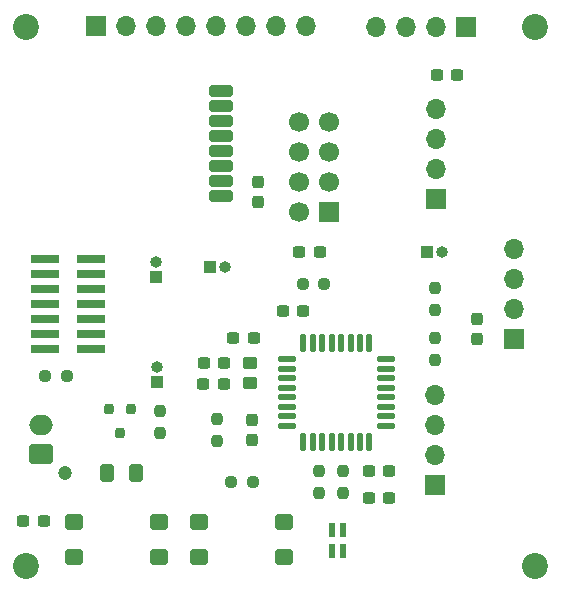
<source format=gts>
G04 #@! TF.GenerationSoftware,KiCad,Pcbnew,8.0.8*
G04 #@! TF.CreationDate,2025-01-30T19:33:48+01:00*
G04 #@! TF.ProjectId,HAMS_node,48414d53-5f6e-46f6-9465-2e6b69636164,rev?*
G04 #@! TF.SameCoordinates,Original*
G04 #@! TF.FileFunction,Soldermask,Top*
G04 #@! TF.FilePolarity,Negative*
%FSLAX46Y46*%
G04 Gerber Fmt 4.6, Leading zero omitted, Abs format (unit mm)*
G04 Created by KiCad (PCBNEW 8.0.8) date 2025-01-30 19:33:48*
%MOMM*%
%LPD*%
G01*
G04 APERTURE LIST*
G04 Aperture macros list*
%AMRoundRect*
0 Rectangle with rounded corners*
0 $1 Rounding radius*
0 $2 $3 $4 $5 $6 $7 $8 $9 X,Y pos of 4 corners*
0 Add a 4 corners polygon primitive as box body*
4,1,4,$2,$3,$4,$5,$6,$7,$8,$9,$2,$3,0*
0 Add four circle primitives for the rounded corners*
1,1,$1+$1,$2,$3*
1,1,$1+$1,$4,$5*
1,1,$1+$1,$6,$7*
1,1,$1+$1,$8,$9*
0 Add four rect primitives between the rounded corners*
20,1,$1+$1,$2,$3,$4,$5,0*
20,1,$1+$1,$4,$5,$6,$7,0*
20,1,$1+$1,$6,$7,$8,$9,0*
20,1,$1+$1,$8,$9,$2,$3,0*%
G04 Aperture macros list end*
%ADD10C,2.200000*%
%ADD11R,1.000000X1.000000*%
%ADD12O,1.000000X1.000000*%
%ADD13RoundRect,0.350000X0.450000X0.350000X-0.450000X0.350000X-0.450000X-0.350000X0.450000X-0.350000X0*%
%ADD14RoundRect,0.237500X0.250000X0.237500X-0.250000X0.237500X-0.250000X-0.237500X0.250000X-0.237500X0*%
%ADD15RoundRect,0.237500X0.300000X0.237500X-0.300000X0.237500X-0.300000X-0.237500X0.300000X-0.237500X0*%
%ADD16RoundRect,0.250000X0.350000X-0.275000X0.350000X0.275000X-0.350000X0.275000X-0.350000X-0.275000X0*%
%ADD17RoundRect,0.237500X-0.250000X-0.237500X0.250000X-0.237500X0.250000X0.237500X-0.250000X0.237500X0*%
%ADD18RoundRect,0.300000X0.300000X-0.450000X0.300000X0.450000X-0.300000X0.450000X-0.300000X-0.450000X0*%
%ADD19O,2.000000X1.700000*%
%ADD20RoundRect,0.250000X0.750000X-0.600000X0.750000X0.600000X-0.750000X0.600000X-0.750000X-0.600000X0*%
%ADD21C,1.200000*%
%ADD22R,1.700000X1.700000*%
%ADD23O,1.700000X1.700000*%
%ADD24RoundRect,0.125000X-0.625000X-0.125000X0.625000X-0.125000X0.625000X0.125000X-0.625000X0.125000X0*%
%ADD25RoundRect,0.125000X-0.125000X-0.625000X0.125000X-0.625000X0.125000X0.625000X-0.125000X0.625000X0*%
%ADD26RoundRect,0.237500X-0.237500X0.300000X-0.237500X-0.300000X0.237500X-0.300000X0.237500X0.300000X0*%
%ADD27RoundRect,0.237500X-0.300000X-0.237500X0.300000X-0.237500X0.300000X0.237500X-0.300000X0.237500X0*%
%ADD28RoundRect,0.237500X0.237500X-0.250000X0.237500X0.250000X-0.237500X0.250000X-0.237500X-0.250000X0*%
%ADD29R,0.600000X1.200000*%
%ADD30RoundRect,0.237500X0.237500X-0.300000X0.237500X0.300000X-0.237500X0.300000X-0.237500X-0.300000X0*%
%ADD31RoundRect,0.200000X-0.200000X0.250000X-0.200000X-0.250000X0.200000X-0.250000X0.200000X0.250000X0*%
%ADD32RoundRect,0.237500X-0.237500X0.250000X-0.237500X-0.250000X0.237500X-0.250000X0.237500X0.250000X0*%
%ADD33RoundRect,0.250000X0.750000X-0.250000X0.750000X0.250000X-0.750000X0.250000X-0.750000X-0.250000X0*%
%ADD34C,1.700000*%
%ADD35R,2.400000X0.740000*%
G04 APERTURE END LIST*
D10*
X211900000Y-59800000D03*
D11*
X202700000Y-78850000D03*
D12*
X203970000Y-78850000D03*
X185595000Y-80100000D03*
D11*
X184325000Y-80100000D03*
X179825000Y-89850000D03*
D12*
X179825000Y-88580000D03*
D11*
X179800000Y-80945000D03*
D12*
X179800000Y-79675000D03*
D13*
X183400000Y-101650000D03*
X190600000Y-101650000D03*
X183400000Y-104650000D03*
X190600000Y-104650000D03*
D14*
X187962500Y-98300000D03*
X186137500Y-98300000D03*
D15*
X199525000Y-99625000D03*
X197800000Y-99625000D03*
D16*
X187700000Y-89900000D03*
X187700000Y-88250000D03*
D17*
X170412500Y-89300000D03*
X172237500Y-89300000D03*
D18*
X175650000Y-97525000D03*
X178050000Y-97525000D03*
D19*
X170075000Y-93450000D03*
D20*
X170075000Y-95950000D03*
D21*
X172075000Y-97550000D03*
D15*
X170262500Y-101600000D03*
X168537500Y-101600000D03*
D22*
X203410000Y-98520000D03*
D23*
X203410000Y-95980000D03*
X203410000Y-93440000D03*
X203410000Y-90900000D03*
D10*
X211900000Y-105400000D03*
D22*
X206030000Y-59750000D03*
D23*
X203490000Y-59750000D03*
X200950000Y-59750000D03*
X198410000Y-59750000D03*
D24*
X190875000Y-87925000D03*
X190875000Y-88725000D03*
X190875000Y-89525000D03*
X190875000Y-90325000D03*
X190875000Y-91125000D03*
X190875000Y-91925000D03*
X190875000Y-92725000D03*
X190875000Y-93525000D03*
D25*
X192250000Y-94900000D03*
X193050000Y-94900000D03*
X193850000Y-94900000D03*
X194650000Y-94900000D03*
X195450000Y-94900000D03*
X196250000Y-94900000D03*
X197050000Y-94900000D03*
X197850000Y-94900000D03*
D24*
X199225000Y-93525000D03*
X199225000Y-92725000D03*
X199225000Y-91925000D03*
X199225000Y-91125000D03*
X199225000Y-90325000D03*
X199225000Y-89525000D03*
X199225000Y-88725000D03*
X199225000Y-87925000D03*
D25*
X197850000Y-86550000D03*
X197050000Y-86550000D03*
X196250000Y-86550000D03*
X195450000Y-86550000D03*
X194650000Y-86550000D03*
X193850000Y-86550000D03*
X193050000Y-86550000D03*
X192250000Y-86550000D03*
D26*
X187900000Y-93012500D03*
X187900000Y-94737500D03*
D27*
X203537500Y-63800000D03*
X205262500Y-63800000D03*
D10*
X168800000Y-105400000D03*
D15*
X199525000Y-97374000D03*
X197800000Y-97374000D03*
D10*
X168800000Y-59800000D03*
D22*
X210050000Y-86180000D03*
D23*
X210050000Y-83640000D03*
X210050000Y-81100000D03*
X210050000Y-78560000D03*
D27*
X190487500Y-83825000D03*
X192212500Y-83825000D03*
D15*
X188050000Y-86100000D03*
X186325000Y-86100000D03*
X185512500Y-89975000D03*
X183787500Y-89975000D03*
D28*
X193575000Y-99225000D03*
X193575000Y-97400000D03*
D29*
X195600000Y-102325000D03*
X195600000Y-104125000D03*
X194650000Y-104125000D03*
X194650000Y-102325000D03*
D28*
X203400000Y-87962500D03*
X203400000Y-86137500D03*
D13*
X180000000Y-104650000D03*
X172800000Y-104650000D03*
X180000000Y-101650000D03*
X172800000Y-101650000D03*
D28*
X180150000Y-94150000D03*
X180150000Y-92325000D03*
X195600000Y-99212500D03*
X195600000Y-97387500D03*
D26*
X188375000Y-72875000D03*
X188375000Y-74600000D03*
D30*
X206925000Y-86212500D03*
X206925000Y-84487500D03*
D31*
X176750000Y-94150000D03*
X175800000Y-92150000D03*
X177700000Y-92150000D03*
D15*
X193625000Y-78800000D03*
X191900000Y-78800000D03*
D32*
X203425000Y-83737500D03*
X203425000Y-81912500D03*
D22*
X203460000Y-74300000D03*
D23*
X203460000Y-71760000D03*
X203460000Y-69220000D03*
X203460000Y-66680000D03*
D22*
X174700000Y-59700000D03*
D23*
X177240000Y-59700000D03*
X179780000Y-59700000D03*
X182320000Y-59700000D03*
X184860000Y-59700000D03*
X187400000Y-59700000D03*
X189940000Y-59700000D03*
X192480000Y-59700000D03*
D33*
X185250000Y-74095000D03*
X185250000Y-72825000D03*
X185250000Y-71555000D03*
X185250000Y-70285000D03*
X185250000Y-69015000D03*
X185250000Y-67745000D03*
X185250000Y-66475000D03*
X185250000Y-65205000D03*
D32*
X184900000Y-92962500D03*
X184900000Y-94787500D03*
D15*
X185525000Y-88200000D03*
X183800000Y-88200000D03*
D17*
X192212500Y-81575000D03*
X194037500Y-81575000D03*
D22*
X194439500Y-75420000D03*
D34*
X191899500Y-75420000D03*
X194439500Y-72880000D03*
X191899500Y-72880000D03*
X194439500Y-70340000D03*
X191899500Y-70340000D03*
X194439500Y-67800000D03*
X191899500Y-67800000D03*
D35*
X170350000Y-79420000D03*
X174250000Y-79420000D03*
X170350000Y-80690000D03*
X174250000Y-80690000D03*
X170350000Y-81960000D03*
X174250000Y-81960000D03*
X170350000Y-83230000D03*
X174250000Y-83230000D03*
X170350000Y-84500000D03*
X174250000Y-84500000D03*
X170350000Y-85770000D03*
X174250000Y-85770000D03*
X170350000Y-87040000D03*
X174250000Y-87040000D03*
M02*

</source>
